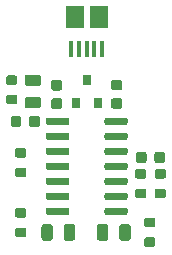
<source format=gbr>
G04 #@! TF.GenerationSoftware,KiCad,Pcbnew,5.1.5+dfsg1-2build2*
G04 #@! TF.CreationDate,2021-09-30T13:46:46+00:00*
G04 #@! TF.ProjectId,mcp2221a-breakout,6d637032-3232-4316-912d-627265616b6f,rev?*
G04 #@! TF.SameCoordinates,Original*
G04 #@! TF.FileFunction,Paste,Top*
G04 #@! TF.FilePolarity,Positive*
%FSLAX46Y46*%
G04 Gerber Fmt 4.6, Leading zero omitted, Abs format (unit mm)*
G04 Created by KiCad (PCBNEW 5.1.5+dfsg1-2build2) date 2021-09-30 13:46:46*
%MOMM*%
%LPD*%
G04 APERTURE LIST*
%ADD10R,0.800000X0.900000*%
%ADD11C,0.350000*%
%ADD12R,1.500000X1.900000*%
%ADD13R,0.400000X1.350000*%
G04 APERTURE END LIST*
D10*
G04 #@! TO.C,U1*
X107950000Y-49800000D03*
X108900000Y-51800000D03*
X107000000Y-51800000D03*
G04 #@! TD*
D11*
G04 #@! TO.C,R6*
G36*
X112816603Y-57385963D02*
G01*
X112836018Y-57388843D01*
X112855057Y-57393612D01*
X112873537Y-57400224D01*
X112891279Y-57408616D01*
X112908114Y-57418706D01*
X112923879Y-57430398D01*
X112938421Y-57443579D01*
X112951602Y-57458121D01*
X112963294Y-57473886D01*
X112973384Y-57490721D01*
X112981776Y-57508463D01*
X112988388Y-57526943D01*
X112993157Y-57545982D01*
X112996037Y-57565397D01*
X112997000Y-57585000D01*
X112997000Y-57985000D01*
X112996037Y-58004603D01*
X112993157Y-58024018D01*
X112988388Y-58043057D01*
X112981776Y-58061537D01*
X112973384Y-58079279D01*
X112963294Y-58096114D01*
X112951602Y-58111879D01*
X112938421Y-58126421D01*
X112923879Y-58139602D01*
X112908114Y-58151294D01*
X112891279Y-58161384D01*
X112873537Y-58169776D01*
X112855057Y-58176388D01*
X112836018Y-58181157D01*
X112816603Y-58184037D01*
X112797000Y-58185000D01*
X112247000Y-58185000D01*
X112227397Y-58184037D01*
X112207982Y-58181157D01*
X112188943Y-58176388D01*
X112170463Y-58169776D01*
X112152721Y-58161384D01*
X112135886Y-58151294D01*
X112120121Y-58139602D01*
X112105579Y-58126421D01*
X112092398Y-58111879D01*
X112080706Y-58096114D01*
X112070616Y-58079279D01*
X112062224Y-58061537D01*
X112055612Y-58043057D01*
X112050843Y-58024018D01*
X112047963Y-58004603D01*
X112047000Y-57985000D01*
X112047000Y-57585000D01*
X112047963Y-57565397D01*
X112050843Y-57545982D01*
X112055612Y-57526943D01*
X112062224Y-57508463D01*
X112070616Y-57490721D01*
X112080706Y-57473886D01*
X112092398Y-57458121D01*
X112105579Y-57443579D01*
X112120121Y-57430398D01*
X112135886Y-57418706D01*
X112152721Y-57408616D01*
X112170463Y-57400224D01*
X112188943Y-57393612D01*
X112207982Y-57388843D01*
X112227397Y-57385963D01*
X112247000Y-57385000D01*
X112797000Y-57385000D01*
X112816603Y-57385963D01*
G37*
G36*
X112816603Y-59035963D02*
G01*
X112836018Y-59038843D01*
X112855057Y-59043612D01*
X112873537Y-59050224D01*
X112891279Y-59058616D01*
X112908114Y-59068706D01*
X112923879Y-59080398D01*
X112938421Y-59093579D01*
X112951602Y-59108121D01*
X112963294Y-59123886D01*
X112973384Y-59140721D01*
X112981776Y-59158463D01*
X112988388Y-59176943D01*
X112993157Y-59195982D01*
X112996037Y-59215397D01*
X112997000Y-59235000D01*
X112997000Y-59635000D01*
X112996037Y-59654603D01*
X112993157Y-59674018D01*
X112988388Y-59693057D01*
X112981776Y-59711537D01*
X112973384Y-59729279D01*
X112963294Y-59746114D01*
X112951602Y-59761879D01*
X112938421Y-59776421D01*
X112923879Y-59789602D01*
X112908114Y-59801294D01*
X112891279Y-59811384D01*
X112873537Y-59819776D01*
X112855057Y-59826388D01*
X112836018Y-59831157D01*
X112816603Y-59834037D01*
X112797000Y-59835000D01*
X112247000Y-59835000D01*
X112227397Y-59834037D01*
X112207982Y-59831157D01*
X112188943Y-59826388D01*
X112170463Y-59819776D01*
X112152721Y-59811384D01*
X112135886Y-59801294D01*
X112120121Y-59789602D01*
X112105579Y-59776421D01*
X112092398Y-59761879D01*
X112080706Y-59746114D01*
X112070616Y-59729279D01*
X112062224Y-59711537D01*
X112055612Y-59693057D01*
X112050843Y-59674018D01*
X112047963Y-59654603D01*
X112047000Y-59635000D01*
X112047000Y-59235000D01*
X112047963Y-59215397D01*
X112050843Y-59195982D01*
X112055612Y-59176943D01*
X112062224Y-59158463D01*
X112070616Y-59140721D01*
X112080706Y-59123886D01*
X112092398Y-59108121D01*
X112105579Y-59093579D01*
X112120121Y-59080398D01*
X112135886Y-59068706D01*
X112152721Y-59058616D01*
X112170463Y-59050224D01*
X112188943Y-59043612D01*
X112207982Y-59038843D01*
X112227397Y-59035963D01*
X112247000Y-59035000D01*
X112797000Y-59035000D01*
X112816603Y-59035963D01*
G37*
G04 #@! TD*
G04 #@! TO.C,R5*
G36*
X114467603Y-57385963D02*
G01*
X114487018Y-57388843D01*
X114506057Y-57393612D01*
X114524537Y-57400224D01*
X114542279Y-57408616D01*
X114559114Y-57418706D01*
X114574879Y-57430398D01*
X114589421Y-57443579D01*
X114602602Y-57458121D01*
X114614294Y-57473886D01*
X114624384Y-57490721D01*
X114632776Y-57508463D01*
X114639388Y-57526943D01*
X114644157Y-57545982D01*
X114647037Y-57565397D01*
X114648000Y-57585000D01*
X114648000Y-57985000D01*
X114647037Y-58004603D01*
X114644157Y-58024018D01*
X114639388Y-58043057D01*
X114632776Y-58061537D01*
X114624384Y-58079279D01*
X114614294Y-58096114D01*
X114602602Y-58111879D01*
X114589421Y-58126421D01*
X114574879Y-58139602D01*
X114559114Y-58151294D01*
X114542279Y-58161384D01*
X114524537Y-58169776D01*
X114506057Y-58176388D01*
X114487018Y-58181157D01*
X114467603Y-58184037D01*
X114448000Y-58185000D01*
X113898000Y-58185000D01*
X113878397Y-58184037D01*
X113858982Y-58181157D01*
X113839943Y-58176388D01*
X113821463Y-58169776D01*
X113803721Y-58161384D01*
X113786886Y-58151294D01*
X113771121Y-58139602D01*
X113756579Y-58126421D01*
X113743398Y-58111879D01*
X113731706Y-58096114D01*
X113721616Y-58079279D01*
X113713224Y-58061537D01*
X113706612Y-58043057D01*
X113701843Y-58024018D01*
X113698963Y-58004603D01*
X113698000Y-57985000D01*
X113698000Y-57585000D01*
X113698963Y-57565397D01*
X113701843Y-57545982D01*
X113706612Y-57526943D01*
X113713224Y-57508463D01*
X113721616Y-57490721D01*
X113731706Y-57473886D01*
X113743398Y-57458121D01*
X113756579Y-57443579D01*
X113771121Y-57430398D01*
X113786886Y-57418706D01*
X113803721Y-57408616D01*
X113821463Y-57400224D01*
X113839943Y-57393612D01*
X113858982Y-57388843D01*
X113878397Y-57385963D01*
X113898000Y-57385000D01*
X114448000Y-57385000D01*
X114467603Y-57385963D01*
G37*
G36*
X114467603Y-59035963D02*
G01*
X114487018Y-59038843D01*
X114506057Y-59043612D01*
X114524537Y-59050224D01*
X114542279Y-59058616D01*
X114559114Y-59068706D01*
X114574879Y-59080398D01*
X114589421Y-59093579D01*
X114602602Y-59108121D01*
X114614294Y-59123886D01*
X114624384Y-59140721D01*
X114632776Y-59158463D01*
X114639388Y-59176943D01*
X114644157Y-59195982D01*
X114647037Y-59215397D01*
X114648000Y-59235000D01*
X114648000Y-59635000D01*
X114647037Y-59654603D01*
X114644157Y-59674018D01*
X114639388Y-59693057D01*
X114632776Y-59711537D01*
X114624384Y-59729279D01*
X114614294Y-59746114D01*
X114602602Y-59761879D01*
X114589421Y-59776421D01*
X114574879Y-59789602D01*
X114559114Y-59801294D01*
X114542279Y-59811384D01*
X114524537Y-59819776D01*
X114506057Y-59826388D01*
X114487018Y-59831157D01*
X114467603Y-59834037D01*
X114448000Y-59835000D01*
X113898000Y-59835000D01*
X113878397Y-59834037D01*
X113858982Y-59831157D01*
X113839943Y-59826388D01*
X113821463Y-59819776D01*
X113803721Y-59811384D01*
X113786886Y-59801294D01*
X113771121Y-59789602D01*
X113756579Y-59776421D01*
X113743398Y-59761879D01*
X113731706Y-59746114D01*
X113721616Y-59729279D01*
X113713224Y-59711537D01*
X113706612Y-59693057D01*
X113701843Y-59674018D01*
X113698963Y-59654603D01*
X113698000Y-59635000D01*
X113698000Y-59235000D01*
X113698963Y-59215397D01*
X113701843Y-59195982D01*
X113706612Y-59176943D01*
X113713224Y-59158463D01*
X113721616Y-59140721D01*
X113731706Y-59123886D01*
X113743398Y-59108121D01*
X113756579Y-59093579D01*
X113771121Y-59080398D01*
X113786886Y-59068706D01*
X113803721Y-59058616D01*
X113821463Y-59050224D01*
X113839943Y-59043612D01*
X113858982Y-59038843D01*
X113878397Y-59035963D01*
X113898000Y-59035000D01*
X114448000Y-59035000D01*
X114467603Y-59035963D01*
G37*
G04 #@! TD*
G04 #@! TO.C,D3*
G36*
X109566142Y-62039174D02*
G01*
X109589803Y-62042684D01*
X109613007Y-62048496D01*
X109635529Y-62056554D01*
X109657153Y-62066782D01*
X109677670Y-62079079D01*
X109696883Y-62093329D01*
X109714607Y-62109393D01*
X109730671Y-62127117D01*
X109744921Y-62146330D01*
X109757218Y-62166847D01*
X109767446Y-62188471D01*
X109775504Y-62210993D01*
X109781316Y-62234197D01*
X109784826Y-62257858D01*
X109786000Y-62281750D01*
X109786000Y-63194250D01*
X109784826Y-63218142D01*
X109781316Y-63241803D01*
X109775504Y-63265007D01*
X109767446Y-63287529D01*
X109757218Y-63309153D01*
X109744921Y-63329670D01*
X109730671Y-63348883D01*
X109714607Y-63366607D01*
X109696883Y-63382671D01*
X109677670Y-63396921D01*
X109657153Y-63409218D01*
X109635529Y-63419446D01*
X109613007Y-63427504D01*
X109589803Y-63433316D01*
X109566142Y-63436826D01*
X109542250Y-63438000D01*
X109054750Y-63438000D01*
X109030858Y-63436826D01*
X109007197Y-63433316D01*
X108983993Y-63427504D01*
X108961471Y-63419446D01*
X108939847Y-63409218D01*
X108919330Y-63396921D01*
X108900117Y-63382671D01*
X108882393Y-63366607D01*
X108866329Y-63348883D01*
X108852079Y-63329670D01*
X108839782Y-63309153D01*
X108829554Y-63287529D01*
X108821496Y-63265007D01*
X108815684Y-63241803D01*
X108812174Y-63218142D01*
X108811000Y-63194250D01*
X108811000Y-62281750D01*
X108812174Y-62257858D01*
X108815684Y-62234197D01*
X108821496Y-62210993D01*
X108829554Y-62188471D01*
X108839782Y-62166847D01*
X108852079Y-62146330D01*
X108866329Y-62127117D01*
X108882393Y-62109393D01*
X108900117Y-62093329D01*
X108919330Y-62079079D01*
X108939847Y-62066782D01*
X108961471Y-62056554D01*
X108983993Y-62048496D01*
X109007197Y-62042684D01*
X109030858Y-62039174D01*
X109054750Y-62038000D01*
X109542250Y-62038000D01*
X109566142Y-62039174D01*
G37*
G36*
X111441142Y-62039174D02*
G01*
X111464803Y-62042684D01*
X111488007Y-62048496D01*
X111510529Y-62056554D01*
X111532153Y-62066782D01*
X111552670Y-62079079D01*
X111571883Y-62093329D01*
X111589607Y-62109393D01*
X111605671Y-62127117D01*
X111619921Y-62146330D01*
X111632218Y-62166847D01*
X111642446Y-62188471D01*
X111650504Y-62210993D01*
X111656316Y-62234197D01*
X111659826Y-62257858D01*
X111661000Y-62281750D01*
X111661000Y-63194250D01*
X111659826Y-63218142D01*
X111656316Y-63241803D01*
X111650504Y-63265007D01*
X111642446Y-63287529D01*
X111632218Y-63309153D01*
X111619921Y-63329670D01*
X111605671Y-63348883D01*
X111589607Y-63366607D01*
X111571883Y-63382671D01*
X111552670Y-63396921D01*
X111532153Y-63409218D01*
X111510529Y-63419446D01*
X111488007Y-63427504D01*
X111464803Y-63433316D01*
X111441142Y-63436826D01*
X111417250Y-63438000D01*
X110929750Y-63438000D01*
X110905858Y-63436826D01*
X110882197Y-63433316D01*
X110858993Y-63427504D01*
X110836471Y-63419446D01*
X110814847Y-63409218D01*
X110794330Y-63396921D01*
X110775117Y-63382671D01*
X110757393Y-63366607D01*
X110741329Y-63348883D01*
X110727079Y-63329670D01*
X110714782Y-63309153D01*
X110704554Y-63287529D01*
X110696496Y-63265007D01*
X110690684Y-63241803D01*
X110687174Y-63218142D01*
X110686000Y-63194250D01*
X110686000Y-62281750D01*
X110687174Y-62257858D01*
X110690684Y-62234197D01*
X110696496Y-62210993D01*
X110704554Y-62188471D01*
X110714782Y-62166847D01*
X110727079Y-62146330D01*
X110741329Y-62127117D01*
X110757393Y-62109393D01*
X110775117Y-62093329D01*
X110794330Y-62079079D01*
X110814847Y-62066782D01*
X110836471Y-62056554D01*
X110858993Y-62048496D01*
X110882197Y-62042684D01*
X110905858Y-62039174D01*
X110929750Y-62038000D01*
X111417250Y-62038000D01*
X111441142Y-62039174D01*
G37*
G04 #@! TD*
G04 #@! TO.C,D2*
G36*
X106742142Y-62039174D02*
G01*
X106765803Y-62042684D01*
X106789007Y-62048496D01*
X106811529Y-62056554D01*
X106833153Y-62066782D01*
X106853670Y-62079079D01*
X106872883Y-62093329D01*
X106890607Y-62109393D01*
X106906671Y-62127117D01*
X106920921Y-62146330D01*
X106933218Y-62166847D01*
X106943446Y-62188471D01*
X106951504Y-62210993D01*
X106957316Y-62234197D01*
X106960826Y-62257858D01*
X106962000Y-62281750D01*
X106962000Y-63194250D01*
X106960826Y-63218142D01*
X106957316Y-63241803D01*
X106951504Y-63265007D01*
X106943446Y-63287529D01*
X106933218Y-63309153D01*
X106920921Y-63329670D01*
X106906671Y-63348883D01*
X106890607Y-63366607D01*
X106872883Y-63382671D01*
X106853670Y-63396921D01*
X106833153Y-63409218D01*
X106811529Y-63419446D01*
X106789007Y-63427504D01*
X106765803Y-63433316D01*
X106742142Y-63436826D01*
X106718250Y-63438000D01*
X106230750Y-63438000D01*
X106206858Y-63436826D01*
X106183197Y-63433316D01*
X106159993Y-63427504D01*
X106137471Y-63419446D01*
X106115847Y-63409218D01*
X106095330Y-63396921D01*
X106076117Y-63382671D01*
X106058393Y-63366607D01*
X106042329Y-63348883D01*
X106028079Y-63329670D01*
X106015782Y-63309153D01*
X106005554Y-63287529D01*
X105997496Y-63265007D01*
X105991684Y-63241803D01*
X105988174Y-63218142D01*
X105987000Y-63194250D01*
X105987000Y-62281750D01*
X105988174Y-62257858D01*
X105991684Y-62234197D01*
X105997496Y-62210993D01*
X106005554Y-62188471D01*
X106015782Y-62166847D01*
X106028079Y-62146330D01*
X106042329Y-62127117D01*
X106058393Y-62109393D01*
X106076117Y-62093329D01*
X106095330Y-62079079D01*
X106115847Y-62066782D01*
X106137471Y-62056554D01*
X106159993Y-62048496D01*
X106183197Y-62042684D01*
X106206858Y-62039174D01*
X106230750Y-62038000D01*
X106718250Y-62038000D01*
X106742142Y-62039174D01*
G37*
G36*
X104867142Y-62039174D02*
G01*
X104890803Y-62042684D01*
X104914007Y-62048496D01*
X104936529Y-62056554D01*
X104958153Y-62066782D01*
X104978670Y-62079079D01*
X104997883Y-62093329D01*
X105015607Y-62109393D01*
X105031671Y-62127117D01*
X105045921Y-62146330D01*
X105058218Y-62166847D01*
X105068446Y-62188471D01*
X105076504Y-62210993D01*
X105082316Y-62234197D01*
X105085826Y-62257858D01*
X105087000Y-62281750D01*
X105087000Y-63194250D01*
X105085826Y-63218142D01*
X105082316Y-63241803D01*
X105076504Y-63265007D01*
X105068446Y-63287529D01*
X105058218Y-63309153D01*
X105045921Y-63329670D01*
X105031671Y-63348883D01*
X105015607Y-63366607D01*
X104997883Y-63382671D01*
X104978670Y-63396921D01*
X104958153Y-63409218D01*
X104936529Y-63419446D01*
X104914007Y-63427504D01*
X104890803Y-63433316D01*
X104867142Y-63436826D01*
X104843250Y-63438000D01*
X104355750Y-63438000D01*
X104331858Y-63436826D01*
X104308197Y-63433316D01*
X104284993Y-63427504D01*
X104262471Y-63419446D01*
X104240847Y-63409218D01*
X104220330Y-63396921D01*
X104201117Y-63382671D01*
X104183393Y-63366607D01*
X104167329Y-63348883D01*
X104153079Y-63329670D01*
X104140782Y-63309153D01*
X104130554Y-63287529D01*
X104122496Y-63265007D01*
X104116684Y-63241803D01*
X104113174Y-63218142D01*
X104112000Y-63194250D01*
X104112000Y-62281750D01*
X104113174Y-62257858D01*
X104116684Y-62234197D01*
X104122496Y-62210993D01*
X104130554Y-62188471D01*
X104140782Y-62166847D01*
X104153079Y-62146330D01*
X104167329Y-62127117D01*
X104183393Y-62109393D01*
X104201117Y-62093329D01*
X104220330Y-62079079D01*
X104240847Y-62066782D01*
X104262471Y-62056554D01*
X104284993Y-62048496D01*
X104308197Y-62042684D01*
X104331858Y-62039174D01*
X104355750Y-62038000D01*
X104843250Y-62038000D01*
X104867142Y-62039174D01*
G37*
G04 #@! TD*
G04 #@! TO.C,U2*
G36*
X111264703Y-53040722D02*
G01*
X111279264Y-53042882D01*
X111293543Y-53046459D01*
X111307403Y-53051418D01*
X111320710Y-53057712D01*
X111333336Y-53065280D01*
X111345159Y-53074048D01*
X111356066Y-53083934D01*
X111365952Y-53094841D01*
X111374720Y-53106664D01*
X111382288Y-53119290D01*
X111388582Y-53132597D01*
X111393541Y-53146457D01*
X111397118Y-53160736D01*
X111399278Y-53175297D01*
X111400000Y-53190000D01*
X111400000Y-53490000D01*
X111399278Y-53504703D01*
X111397118Y-53519264D01*
X111393541Y-53533543D01*
X111388582Y-53547403D01*
X111382288Y-53560710D01*
X111374720Y-53573336D01*
X111365952Y-53585159D01*
X111356066Y-53596066D01*
X111345159Y-53605952D01*
X111333336Y-53614720D01*
X111320710Y-53622288D01*
X111307403Y-53628582D01*
X111293543Y-53633541D01*
X111279264Y-53637118D01*
X111264703Y-53639278D01*
X111250000Y-53640000D01*
X109600000Y-53640000D01*
X109585297Y-53639278D01*
X109570736Y-53637118D01*
X109556457Y-53633541D01*
X109542597Y-53628582D01*
X109529290Y-53622288D01*
X109516664Y-53614720D01*
X109504841Y-53605952D01*
X109493934Y-53596066D01*
X109484048Y-53585159D01*
X109475280Y-53573336D01*
X109467712Y-53560710D01*
X109461418Y-53547403D01*
X109456459Y-53533543D01*
X109452882Y-53519264D01*
X109450722Y-53504703D01*
X109450000Y-53490000D01*
X109450000Y-53190000D01*
X109450722Y-53175297D01*
X109452882Y-53160736D01*
X109456459Y-53146457D01*
X109461418Y-53132597D01*
X109467712Y-53119290D01*
X109475280Y-53106664D01*
X109484048Y-53094841D01*
X109493934Y-53083934D01*
X109504841Y-53074048D01*
X109516664Y-53065280D01*
X109529290Y-53057712D01*
X109542597Y-53051418D01*
X109556457Y-53046459D01*
X109570736Y-53042882D01*
X109585297Y-53040722D01*
X109600000Y-53040000D01*
X111250000Y-53040000D01*
X111264703Y-53040722D01*
G37*
G36*
X111264703Y-54310722D02*
G01*
X111279264Y-54312882D01*
X111293543Y-54316459D01*
X111307403Y-54321418D01*
X111320710Y-54327712D01*
X111333336Y-54335280D01*
X111345159Y-54344048D01*
X111356066Y-54353934D01*
X111365952Y-54364841D01*
X111374720Y-54376664D01*
X111382288Y-54389290D01*
X111388582Y-54402597D01*
X111393541Y-54416457D01*
X111397118Y-54430736D01*
X111399278Y-54445297D01*
X111400000Y-54460000D01*
X111400000Y-54760000D01*
X111399278Y-54774703D01*
X111397118Y-54789264D01*
X111393541Y-54803543D01*
X111388582Y-54817403D01*
X111382288Y-54830710D01*
X111374720Y-54843336D01*
X111365952Y-54855159D01*
X111356066Y-54866066D01*
X111345159Y-54875952D01*
X111333336Y-54884720D01*
X111320710Y-54892288D01*
X111307403Y-54898582D01*
X111293543Y-54903541D01*
X111279264Y-54907118D01*
X111264703Y-54909278D01*
X111250000Y-54910000D01*
X109600000Y-54910000D01*
X109585297Y-54909278D01*
X109570736Y-54907118D01*
X109556457Y-54903541D01*
X109542597Y-54898582D01*
X109529290Y-54892288D01*
X109516664Y-54884720D01*
X109504841Y-54875952D01*
X109493934Y-54866066D01*
X109484048Y-54855159D01*
X109475280Y-54843336D01*
X109467712Y-54830710D01*
X109461418Y-54817403D01*
X109456459Y-54803543D01*
X109452882Y-54789264D01*
X109450722Y-54774703D01*
X109450000Y-54760000D01*
X109450000Y-54460000D01*
X109450722Y-54445297D01*
X109452882Y-54430736D01*
X109456459Y-54416457D01*
X109461418Y-54402597D01*
X109467712Y-54389290D01*
X109475280Y-54376664D01*
X109484048Y-54364841D01*
X109493934Y-54353934D01*
X109504841Y-54344048D01*
X109516664Y-54335280D01*
X109529290Y-54327712D01*
X109542597Y-54321418D01*
X109556457Y-54316459D01*
X109570736Y-54312882D01*
X109585297Y-54310722D01*
X109600000Y-54310000D01*
X111250000Y-54310000D01*
X111264703Y-54310722D01*
G37*
G36*
X111264703Y-55580722D02*
G01*
X111279264Y-55582882D01*
X111293543Y-55586459D01*
X111307403Y-55591418D01*
X111320710Y-55597712D01*
X111333336Y-55605280D01*
X111345159Y-55614048D01*
X111356066Y-55623934D01*
X111365952Y-55634841D01*
X111374720Y-55646664D01*
X111382288Y-55659290D01*
X111388582Y-55672597D01*
X111393541Y-55686457D01*
X111397118Y-55700736D01*
X111399278Y-55715297D01*
X111400000Y-55730000D01*
X111400000Y-56030000D01*
X111399278Y-56044703D01*
X111397118Y-56059264D01*
X111393541Y-56073543D01*
X111388582Y-56087403D01*
X111382288Y-56100710D01*
X111374720Y-56113336D01*
X111365952Y-56125159D01*
X111356066Y-56136066D01*
X111345159Y-56145952D01*
X111333336Y-56154720D01*
X111320710Y-56162288D01*
X111307403Y-56168582D01*
X111293543Y-56173541D01*
X111279264Y-56177118D01*
X111264703Y-56179278D01*
X111250000Y-56180000D01*
X109600000Y-56180000D01*
X109585297Y-56179278D01*
X109570736Y-56177118D01*
X109556457Y-56173541D01*
X109542597Y-56168582D01*
X109529290Y-56162288D01*
X109516664Y-56154720D01*
X109504841Y-56145952D01*
X109493934Y-56136066D01*
X109484048Y-56125159D01*
X109475280Y-56113336D01*
X109467712Y-56100710D01*
X109461418Y-56087403D01*
X109456459Y-56073543D01*
X109452882Y-56059264D01*
X109450722Y-56044703D01*
X109450000Y-56030000D01*
X109450000Y-55730000D01*
X109450722Y-55715297D01*
X109452882Y-55700736D01*
X109456459Y-55686457D01*
X109461418Y-55672597D01*
X109467712Y-55659290D01*
X109475280Y-55646664D01*
X109484048Y-55634841D01*
X109493934Y-55623934D01*
X109504841Y-55614048D01*
X109516664Y-55605280D01*
X109529290Y-55597712D01*
X109542597Y-55591418D01*
X109556457Y-55586459D01*
X109570736Y-55582882D01*
X109585297Y-55580722D01*
X109600000Y-55580000D01*
X111250000Y-55580000D01*
X111264703Y-55580722D01*
G37*
G36*
X111264703Y-56850722D02*
G01*
X111279264Y-56852882D01*
X111293543Y-56856459D01*
X111307403Y-56861418D01*
X111320710Y-56867712D01*
X111333336Y-56875280D01*
X111345159Y-56884048D01*
X111356066Y-56893934D01*
X111365952Y-56904841D01*
X111374720Y-56916664D01*
X111382288Y-56929290D01*
X111388582Y-56942597D01*
X111393541Y-56956457D01*
X111397118Y-56970736D01*
X111399278Y-56985297D01*
X111400000Y-57000000D01*
X111400000Y-57300000D01*
X111399278Y-57314703D01*
X111397118Y-57329264D01*
X111393541Y-57343543D01*
X111388582Y-57357403D01*
X111382288Y-57370710D01*
X111374720Y-57383336D01*
X111365952Y-57395159D01*
X111356066Y-57406066D01*
X111345159Y-57415952D01*
X111333336Y-57424720D01*
X111320710Y-57432288D01*
X111307403Y-57438582D01*
X111293543Y-57443541D01*
X111279264Y-57447118D01*
X111264703Y-57449278D01*
X111250000Y-57450000D01*
X109600000Y-57450000D01*
X109585297Y-57449278D01*
X109570736Y-57447118D01*
X109556457Y-57443541D01*
X109542597Y-57438582D01*
X109529290Y-57432288D01*
X109516664Y-57424720D01*
X109504841Y-57415952D01*
X109493934Y-57406066D01*
X109484048Y-57395159D01*
X109475280Y-57383336D01*
X109467712Y-57370710D01*
X109461418Y-57357403D01*
X109456459Y-57343543D01*
X109452882Y-57329264D01*
X109450722Y-57314703D01*
X109450000Y-57300000D01*
X109450000Y-57000000D01*
X109450722Y-56985297D01*
X109452882Y-56970736D01*
X109456459Y-56956457D01*
X109461418Y-56942597D01*
X109467712Y-56929290D01*
X109475280Y-56916664D01*
X109484048Y-56904841D01*
X109493934Y-56893934D01*
X109504841Y-56884048D01*
X109516664Y-56875280D01*
X109529290Y-56867712D01*
X109542597Y-56861418D01*
X109556457Y-56856459D01*
X109570736Y-56852882D01*
X109585297Y-56850722D01*
X109600000Y-56850000D01*
X111250000Y-56850000D01*
X111264703Y-56850722D01*
G37*
G36*
X111264703Y-58120722D02*
G01*
X111279264Y-58122882D01*
X111293543Y-58126459D01*
X111307403Y-58131418D01*
X111320710Y-58137712D01*
X111333336Y-58145280D01*
X111345159Y-58154048D01*
X111356066Y-58163934D01*
X111365952Y-58174841D01*
X111374720Y-58186664D01*
X111382288Y-58199290D01*
X111388582Y-58212597D01*
X111393541Y-58226457D01*
X111397118Y-58240736D01*
X111399278Y-58255297D01*
X111400000Y-58270000D01*
X111400000Y-58570000D01*
X111399278Y-58584703D01*
X111397118Y-58599264D01*
X111393541Y-58613543D01*
X111388582Y-58627403D01*
X111382288Y-58640710D01*
X111374720Y-58653336D01*
X111365952Y-58665159D01*
X111356066Y-58676066D01*
X111345159Y-58685952D01*
X111333336Y-58694720D01*
X111320710Y-58702288D01*
X111307403Y-58708582D01*
X111293543Y-58713541D01*
X111279264Y-58717118D01*
X111264703Y-58719278D01*
X111250000Y-58720000D01*
X109600000Y-58720000D01*
X109585297Y-58719278D01*
X109570736Y-58717118D01*
X109556457Y-58713541D01*
X109542597Y-58708582D01*
X109529290Y-58702288D01*
X109516664Y-58694720D01*
X109504841Y-58685952D01*
X109493934Y-58676066D01*
X109484048Y-58665159D01*
X109475280Y-58653336D01*
X109467712Y-58640710D01*
X109461418Y-58627403D01*
X109456459Y-58613543D01*
X109452882Y-58599264D01*
X109450722Y-58584703D01*
X109450000Y-58570000D01*
X109450000Y-58270000D01*
X109450722Y-58255297D01*
X109452882Y-58240736D01*
X109456459Y-58226457D01*
X109461418Y-58212597D01*
X109467712Y-58199290D01*
X109475280Y-58186664D01*
X109484048Y-58174841D01*
X109493934Y-58163934D01*
X109504841Y-58154048D01*
X109516664Y-58145280D01*
X109529290Y-58137712D01*
X109542597Y-58131418D01*
X109556457Y-58126459D01*
X109570736Y-58122882D01*
X109585297Y-58120722D01*
X109600000Y-58120000D01*
X111250000Y-58120000D01*
X111264703Y-58120722D01*
G37*
G36*
X111264703Y-59390722D02*
G01*
X111279264Y-59392882D01*
X111293543Y-59396459D01*
X111307403Y-59401418D01*
X111320710Y-59407712D01*
X111333336Y-59415280D01*
X111345159Y-59424048D01*
X111356066Y-59433934D01*
X111365952Y-59444841D01*
X111374720Y-59456664D01*
X111382288Y-59469290D01*
X111388582Y-59482597D01*
X111393541Y-59496457D01*
X111397118Y-59510736D01*
X111399278Y-59525297D01*
X111400000Y-59540000D01*
X111400000Y-59840000D01*
X111399278Y-59854703D01*
X111397118Y-59869264D01*
X111393541Y-59883543D01*
X111388582Y-59897403D01*
X111382288Y-59910710D01*
X111374720Y-59923336D01*
X111365952Y-59935159D01*
X111356066Y-59946066D01*
X111345159Y-59955952D01*
X111333336Y-59964720D01*
X111320710Y-59972288D01*
X111307403Y-59978582D01*
X111293543Y-59983541D01*
X111279264Y-59987118D01*
X111264703Y-59989278D01*
X111250000Y-59990000D01*
X109600000Y-59990000D01*
X109585297Y-59989278D01*
X109570736Y-59987118D01*
X109556457Y-59983541D01*
X109542597Y-59978582D01*
X109529290Y-59972288D01*
X109516664Y-59964720D01*
X109504841Y-59955952D01*
X109493934Y-59946066D01*
X109484048Y-59935159D01*
X109475280Y-59923336D01*
X109467712Y-59910710D01*
X109461418Y-59897403D01*
X109456459Y-59883543D01*
X109452882Y-59869264D01*
X109450722Y-59854703D01*
X109450000Y-59840000D01*
X109450000Y-59540000D01*
X109450722Y-59525297D01*
X109452882Y-59510736D01*
X109456459Y-59496457D01*
X109461418Y-59482597D01*
X109467712Y-59469290D01*
X109475280Y-59456664D01*
X109484048Y-59444841D01*
X109493934Y-59433934D01*
X109504841Y-59424048D01*
X109516664Y-59415280D01*
X109529290Y-59407712D01*
X109542597Y-59401418D01*
X109556457Y-59396459D01*
X109570736Y-59392882D01*
X109585297Y-59390722D01*
X109600000Y-59390000D01*
X111250000Y-59390000D01*
X111264703Y-59390722D01*
G37*
G36*
X111264703Y-60660722D02*
G01*
X111279264Y-60662882D01*
X111293543Y-60666459D01*
X111307403Y-60671418D01*
X111320710Y-60677712D01*
X111333336Y-60685280D01*
X111345159Y-60694048D01*
X111356066Y-60703934D01*
X111365952Y-60714841D01*
X111374720Y-60726664D01*
X111382288Y-60739290D01*
X111388582Y-60752597D01*
X111393541Y-60766457D01*
X111397118Y-60780736D01*
X111399278Y-60795297D01*
X111400000Y-60810000D01*
X111400000Y-61110000D01*
X111399278Y-61124703D01*
X111397118Y-61139264D01*
X111393541Y-61153543D01*
X111388582Y-61167403D01*
X111382288Y-61180710D01*
X111374720Y-61193336D01*
X111365952Y-61205159D01*
X111356066Y-61216066D01*
X111345159Y-61225952D01*
X111333336Y-61234720D01*
X111320710Y-61242288D01*
X111307403Y-61248582D01*
X111293543Y-61253541D01*
X111279264Y-61257118D01*
X111264703Y-61259278D01*
X111250000Y-61260000D01*
X109600000Y-61260000D01*
X109585297Y-61259278D01*
X109570736Y-61257118D01*
X109556457Y-61253541D01*
X109542597Y-61248582D01*
X109529290Y-61242288D01*
X109516664Y-61234720D01*
X109504841Y-61225952D01*
X109493934Y-61216066D01*
X109484048Y-61205159D01*
X109475280Y-61193336D01*
X109467712Y-61180710D01*
X109461418Y-61167403D01*
X109456459Y-61153543D01*
X109452882Y-61139264D01*
X109450722Y-61124703D01*
X109450000Y-61110000D01*
X109450000Y-60810000D01*
X109450722Y-60795297D01*
X109452882Y-60780736D01*
X109456459Y-60766457D01*
X109461418Y-60752597D01*
X109467712Y-60739290D01*
X109475280Y-60726664D01*
X109484048Y-60714841D01*
X109493934Y-60703934D01*
X109504841Y-60694048D01*
X109516664Y-60685280D01*
X109529290Y-60677712D01*
X109542597Y-60671418D01*
X109556457Y-60666459D01*
X109570736Y-60662882D01*
X109585297Y-60660722D01*
X109600000Y-60660000D01*
X111250000Y-60660000D01*
X111264703Y-60660722D01*
G37*
G36*
X106314703Y-60660722D02*
G01*
X106329264Y-60662882D01*
X106343543Y-60666459D01*
X106357403Y-60671418D01*
X106370710Y-60677712D01*
X106383336Y-60685280D01*
X106395159Y-60694048D01*
X106406066Y-60703934D01*
X106415952Y-60714841D01*
X106424720Y-60726664D01*
X106432288Y-60739290D01*
X106438582Y-60752597D01*
X106443541Y-60766457D01*
X106447118Y-60780736D01*
X106449278Y-60795297D01*
X106450000Y-60810000D01*
X106450000Y-61110000D01*
X106449278Y-61124703D01*
X106447118Y-61139264D01*
X106443541Y-61153543D01*
X106438582Y-61167403D01*
X106432288Y-61180710D01*
X106424720Y-61193336D01*
X106415952Y-61205159D01*
X106406066Y-61216066D01*
X106395159Y-61225952D01*
X106383336Y-61234720D01*
X106370710Y-61242288D01*
X106357403Y-61248582D01*
X106343543Y-61253541D01*
X106329264Y-61257118D01*
X106314703Y-61259278D01*
X106300000Y-61260000D01*
X104650000Y-61260000D01*
X104635297Y-61259278D01*
X104620736Y-61257118D01*
X104606457Y-61253541D01*
X104592597Y-61248582D01*
X104579290Y-61242288D01*
X104566664Y-61234720D01*
X104554841Y-61225952D01*
X104543934Y-61216066D01*
X104534048Y-61205159D01*
X104525280Y-61193336D01*
X104517712Y-61180710D01*
X104511418Y-61167403D01*
X104506459Y-61153543D01*
X104502882Y-61139264D01*
X104500722Y-61124703D01*
X104500000Y-61110000D01*
X104500000Y-60810000D01*
X104500722Y-60795297D01*
X104502882Y-60780736D01*
X104506459Y-60766457D01*
X104511418Y-60752597D01*
X104517712Y-60739290D01*
X104525280Y-60726664D01*
X104534048Y-60714841D01*
X104543934Y-60703934D01*
X104554841Y-60694048D01*
X104566664Y-60685280D01*
X104579290Y-60677712D01*
X104592597Y-60671418D01*
X104606457Y-60666459D01*
X104620736Y-60662882D01*
X104635297Y-60660722D01*
X104650000Y-60660000D01*
X106300000Y-60660000D01*
X106314703Y-60660722D01*
G37*
G36*
X106314703Y-59390722D02*
G01*
X106329264Y-59392882D01*
X106343543Y-59396459D01*
X106357403Y-59401418D01*
X106370710Y-59407712D01*
X106383336Y-59415280D01*
X106395159Y-59424048D01*
X106406066Y-59433934D01*
X106415952Y-59444841D01*
X106424720Y-59456664D01*
X106432288Y-59469290D01*
X106438582Y-59482597D01*
X106443541Y-59496457D01*
X106447118Y-59510736D01*
X106449278Y-59525297D01*
X106450000Y-59540000D01*
X106450000Y-59840000D01*
X106449278Y-59854703D01*
X106447118Y-59869264D01*
X106443541Y-59883543D01*
X106438582Y-59897403D01*
X106432288Y-59910710D01*
X106424720Y-59923336D01*
X106415952Y-59935159D01*
X106406066Y-59946066D01*
X106395159Y-59955952D01*
X106383336Y-59964720D01*
X106370710Y-59972288D01*
X106357403Y-59978582D01*
X106343543Y-59983541D01*
X106329264Y-59987118D01*
X106314703Y-59989278D01*
X106300000Y-59990000D01*
X104650000Y-59990000D01*
X104635297Y-59989278D01*
X104620736Y-59987118D01*
X104606457Y-59983541D01*
X104592597Y-59978582D01*
X104579290Y-59972288D01*
X104566664Y-59964720D01*
X104554841Y-59955952D01*
X104543934Y-59946066D01*
X104534048Y-59935159D01*
X104525280Y-59923336D01*
X104517712Y-59910710D01*
X104511418Y-59897403D01*
X104506459Y-59883543D01*
X104502882Y-59869264D01*
X104500722Y-59854703D01*
X104500000Y-59840000D01*
X104500000Y-59540000D01*
X104500722Y-59525297D01*
X104502882Y-59510736D01*
X104506459Y-59496457D01*
X104511418Y-59482597D01*
X104517712Y-59469290D01*
X104525280Y-59456664D01*
X104534048Y-59444841D01*
X104543934Y-59433934D01*
X104554841Y-59424048D01*
X104566664Y-59415280D01*
X104579290Y-59407712D01*
X104592597Y-59401418D01*
X104606457Y-59396459D01*
X104620736Y-59392882D01*
X104635297Y-59390722D01*
X104650000Y-59390000D01*
X106300000Y-59390000D01*
X106314703Y-59390722D01*
G37*
G36*
X106314703Y-58120722D02*
G01*
X106329264Y-58122882D01*
X106343543Y-58126459D01*
X106357403Y-58131418D01*
X106370710Y-58137712D01*
X106383336Y-58145280D01*
X106395159Y-58154048D01*
X106406066Y-58163934D01*
X106415952Y-58174841D01*
X106424720Y-58186664D01*
X106432288Y-58199290D01*
X106438582Y-58212597D01*
X106443541Y-58226457D01*
X106447118Y-58240736D01*
X106449278Y-58255297D01*
X106450000Y-58270000D01*
X106450000Y-58570000D01*
X106449278Y-58584703D01*
X106447118Y-58599264D01*
X106443541Y-58613543D01*
X106438582Y-58627403D01*
X106432288Y-58640710D01*
X106424720Y-58653336D01*
X106415952Y-58665159D01*
X106406066Y-58676066D01*
X106395159Y-58685952D01*
X106383336Y-58694720D01*
X106370710Y-58702288D01*
X106357403Y-58708582D01*
X106343543Y-58713541D01*
X106329264Y-58717118D01*
X106314703Y-58719278D01*
X106300000Y-58720000D01*
X104650000Y-58720000D01*
X104635297Y-58719278D01*
X104620736Y-58717118D01*
X104606457Y-58713541D01*
X104592597Y-58708582D01*
X104579290Y-58702288D01*
X104566664Y-58694720D01*
X104554841Y-58685952D01*
X104543934Y-58676066D01*
X104534048Y-58665159D01*
X104525280Y-58653336D01*
X104517712Y-58640710D01*
X104511418Y-58627403D01*
X104506459Y-58613543D01*
X104502882Y-58599264D01*
X104500722Y-58584703D01*
X104500000Y-58570000D01*
X104500000Y-58270000D01*
X104500722Y-58255297D01*
X104502882Y-58240736D01*
X104506459Y-58226457D01*
X104511418Y-58212597D01*
X104517712Y-58199290D01*
X104525280Y-58186664D01*
X104534048Y-58174841D01*
X104543934Y-58163934D01*
X104554841Y-58154048D01*
X104566664Y-58145280D01*
X104579290Y-58137712D01*
X104592597Y-58131418D01*
X104606457Y-58126459D01*
X104620736Y-58122882D01*
X104635297Y-58120722D01*
X104650000Y-58120000D01*
X106300000Y-58120000D01*
X106314703Y-58120722D01*
G37*
G36*
X106314703Y-56850722D02*
G01*
X106329264Y-56852882D01*
X106343543Y-56856459D01*
X106357403Y-56861418D01*
X106370710Y-56867712D01*
X106383336Y-56875280D01*
X106395159Y-56884048D01*
X106406066Y-56893934D01*
X106415952Y-56904841D01*
X106424720Y-56916664D01*
X106432288Y-56929290D01*
X106438582Y-56942597D01*
X106443541Y-56956457D01*
X106447118Y-56970736D01*
X106449278Y-56985297D01*
X106450000Y-57000000D01*
X106450000Y-57300000D01*
X106449278Y-57314703D01*
X106447118Y-57329264D01*
X106443541Y-57343543D01*
X106438582Y-57357403D01*
X106432288Y-57370710D01*
X106424720Y-57383336D01*
X106415952Y-57395159D01*
X106406066Y-57406066D01*
X106395159Y-57415952D01*
X106383336Y-57424720D01*
X106370710Y-57432288D01*
X106357403Y-57438582D01*
X106343543Y-57443541D01*
X106329264Y-57447118D01*
X106314703Y-57449278D01*
X106300000Y-57450000D01*
X104650000Y-57450000D01*
X104635297Y-57449278D01*
X104620736Y-57447118D01*
X104606457Y-57443541D01*
X104592597Y-57438582D01*
X104579290Y-57432288D01*
X104566664Y-57424720D01*
X104554841Y-57415952D01*
X104543934Y-57406066D01*
X104534048Y-57395159D01*
X104525280Y-57383336D01*
X104517712Y-57370710D01*
X104511418Y-57357403D01*
X104506459Y-57343543D01*
X104502882Y-57329264D01*
X104500722Y-57314703D01*
X104500000Y-57300000D01*
X104500000Y-57000000D01*
X104500722Y-56985297D01*
X104502882Y-56970736D01*
X104506459Y-56956457D01*
X104511418Y-56942597D01*
X104517712Y-56929290D01*
X104525280Y-56916664D01*
X104534048Y-56904841D01*
X104543934Y-56893934D01*
X104554841Y-56884048D01*
X104566664Y-56875280D01*
X104579290Y-56867712D01*
X104592597Y-56861418D01*
X104606457Y-56856459D01*
X104620736Y-56852882D01*
X104635297Y-56850722D01*
X104650000Y-56850000D01*
X106300000Y-56850000D01*
X106314703Y-56850722D01*
G37*
G36*
X106314703Y-55580722D02*
G01*
X106329264Y-55582882D01*
X106343543Y-55586459D01*
X106357403Y-55591418D01*
X106370710Y-55597712D01*
X106383336Y-55605280D01*
X106395159Y-55614048D01*
X106406066Y-55623934D01*
X106415952Y-55634841D01*
X106424720Y-55646664D01*
X106432288Y-55659290D01*
X106438582Y-55672597D01*
X106443541Y-55686457D01*
X106447118Y-55700736D01*
X106449278Y-55715297D01*
X106450000Y-55730000D01*
X106450000Y-56030000D01*
X106449278Y-56044703D01*
X106447118Y-56059264D01*
X106443541Y-56073543D01*
X106438582Y-56087403D01*
X106432288Y-56100710D01*
X106424720Y-56113336D01*
X106415952Y-56125159D01*
X106406066Y-56136066D01*
X106395159Y-56145952D01*
X106383336Y-56154720D01*
X106370710Y-56162288D01*
X106357403Y-56168582D01*
X106343543Y-56173541D01*
X106329264Y-56177118D01*
X106314703Y-56179278D01*
X106300000Y-56180000D01*
X104650000Y-56180000D01*
X104635297Y-56179278D01*
X104620736Y-56177118D01*
X104606457Y-56173541D01*
X104592597Y-56168582D01*
X104579290Y-56162288D01*
X104566664Y-56154720D01*
X104554841Y-56145952D01*
X104543934Y-56136066D01*
X104534048Y-56125159D01*
X104525280Y-56113336D01*
X104517712Y-56100710D01*
X104511418Y-56087403D01*
X104506459Y-56073543D01*
X104502882Y-56059264D01*
X104500722Y-56044703D01*
X104500000Y-56030000D01*
X104500000Y-55730000D01*
X104500722Y-55715297D01*
X104502882Y-55700736D01*
X104506459Y-55686457D01*
X104511418Y-55672597D01*
X104517712Y-55659290D01*
X104525280Y-55646664D01*
X104534048Y-55634841D01*
X104543934Y-55623934D01*
X104554841Y-55614048D01*
X104566664Y-55605280D01*
X104579290Y-55597712D01*
X104592597Y-55591418D01*
X104606457Y-55586459D01*
X104620736Y-55582882D01*
X104635297Y-55580722D01*
X104650000Y-55580000D01*
X106300000Y-55580000D01*
X106314703Y-55580722D01*
G37*
G36*
X106314703Y-54310722D02*
G01*
X106329264Y-54312882D01*
X106343543Y-54316459D01*
X106357403Y-54321418D01*
X106370710Y-54327712D01*
X106383336Y-54335280D01*
X106395159Y-54344048D01*
X106406066Y-54353934D01*
X106415952Y-54364841D01*
X106424720Y-54376664D01*
X106432288Y-54389290D01*
X106438582Y-54402597D01*
X106443541Y-54416457D01*
X106447118Y-54430736D01*
X106449278Y-54445297D01*
X106450000Y-54460000D01*
X106450000Y-54760000D01*
X106449278Y-54774703D01*
X106447118Y-54789264D01*
X106443541Y-54803543D01*
X106438582Y-54817403D01*
X106432288Y-54830710D01*
X106424720Y-54843336D01*
X106415952Y-54855159D01*
X106406066Y-54866066D01*
X106395159Y-54875952D01*
X106383336Y-54884720D01*
X106370710Y-54892288D01*
X106357403Y-54898582D01*
X106343543Y-54903541D01*
X106329264Y-54907118D01*
X106314703Y-54909278D01*
X106300000Y-54910000D01*
X104650000Y-54910000D01*
X104635297Y-54909278D01*
X104620736Y-54907118D01*
X104606457Y-54903541D01*
X104592597Y-54898582D01*
X104579290Y-54892288D01*
X104566664Y-54884720D01*
X104554841Y-54875952D01*
X104543934Y-54866066D01*
X104534048Y-54855159D01*
X104525280Y-54843336D01*
X104517712Y-54830710D01*
X104511418Y-54817403D01*
X104506459Y-54803543D01*
X104502882Y-54789264D01*
X104500722Y-54774703D01*
X104500000Y-54760000D01*
X104500000Y-54460000D01*
X104500722Y-54445297D01*
X104502882Y-54430736D01*
X104506459Y-54416457D01*
X104511418Y-54402597D01*
X104517712Y-54389290D01*
X104525280Y-54376664D01*
X104534048Y-54364841D01*
X104543934Y-54353934D01*
X104554841Y-54344048D01*
X104566664Y-54335280D01*
X104579290Y-54327712D01*
X104592597Y-54321418D01*
X104606457Y-54316459D01*
X104620736Y-54312882D01*
X104635297Y-54310722D01*
X104650000Y-54310000D01*
X106300000Y-54310000D01*
X106314703Y-54310722D01*
G37*
G36*
X106314703Y-53040722D02*
G01*
X106329264Y-53042882D01*
X106343543Y-53046459D01*
X106357403Y-53051418D01*
X106370710Y-53057712D01*
X106383336Y-53065280D01*
X106395159Y-53074048D01*
X106406066Y-53083934D01*
X106415952Y-53094841D01*
X106424720Y-53106664D01*
X106432288Y-53119290D01*
X106438582Y-53132597D01*
X106443541Y-53146457D01*
X106447118Y-53160736D01*
X106449278Y-53175297D01*
X106450000Y-53190000D01*
X106450000Y-53490000D01*
X106449278Y-53504703D01*
X106447118Y-53519264D01*
X106443541Y-53533543D01*
X106438582Y-53547403D01*
X106432288Y-53560710D01*
X106424720Y-53573336D01*
X106415952Y-53585159D01*
X106406066Y-53596066D01*
X106395159Y-53605952D01*
X106383336Y-53614720D01*
X106370710Y-53622288D01*
X106357403Y-53628582D01*
X106343543Y-53633541D01*
X106329264Y-53637118D01*
X106314703Y-53639278D01*
X106300000Y-53640000D01*
X104650000Y-53640000D01*
X104635297Y-53639278D01*
X104620736Y-53637118D01*
X104606457Y-53633541D01*
X104592597Y-53628582D01*
X104579290Y-53622288D01*
X104566664Y-53614720D01*
X104554841Y-53605952D01*
X104543934Y-53596066D01*
X104534048Y-53585159D01*
X104525280Y-53573336D01*
X104517712Y-53560710D01*
X104511418Y-53547403D01*
X104506459Y-53533543D01*
X104502882Y-53519264D01*
X104500722Y-53504703D01*
X104500000Y-53490000D01*
X104500000Y-53190000D01*
X104500722Y-53175297D01*
X104502882Y-53160736D01*
X104506459Y-53146457D01*
X104511418Y-53132597D01*
X104517712Y-53119290D01*
X104525280Y-53106664D01*
X104534048Y-53094841D01*
X104543934Y-53083934D01*
X104554841Y-53074048D01*
X104566664Y-53065280D01*
X104579290Y-53057712D01*
X104592597Y-53051418D01*
X104606457Y-53046459D01*
X104620736Y-53042882D01*
X104635297Y-53040722D01*
X104650000Y-53040000D01*
X106300000Y-53040000D01*
X106314703Y-53040722D01*
G37*
G04 #@! TD*
G04 #@! TO.C,R4*
G36*
X113578603Y-61513963D02*
G01*
X113598018Y-61516843D01*
X113617057Y-61521612D01*
X113635537Y-61528224D01*
X113653279Y-61536616D01*
X113670114Y-61546706D01*
X113685879Y-61558398D01*
X113700421Y-61571579D01*
X113713602Y-61586121D01*
X113725294Y-61601886D01*
X113735384Y-61618721D01*
X113743776Y-61636463D01*
X113750388Y-61654943D01*
X113755157Y-61673982D01*
X113758037Y-61693397D01*
X113759000Y-61713000D01*
X113759000Y-62113000D01*
X113758037Y-62132603D01*
X113755157Y-62152018D01*
X113750388Y-62171057D01*
X113743776Y-62189537D01*
X113735384Y-62207279D01*
X113725294Y-62224114D01*
X113713602Y-62239879D01*
X113700421Y-62254421D01*
X113685879Y-62267602D01*
X113670114Y-62279294D01*
X113653279Y-62289384D01*
X113635537Y-62297776D01*
X113617057Y-62304388D01*
X113598018Y-62309157D01*
X113578603Y-62312037D01*
X113559000Y-62313000D01*
X113009000Y-62313000D01*
X112989397Y-62312037D01*
X112969982Y-62309157D01*
X112950943Y-62304388D01*
X112932463Y-62297776D01*
X112914721Y-62289384D01*
X112897886Y-62279294D01*
X112882121Y-62267602D01*
X112867579Y-62254421D01*
X112854398Y-62239879D01*
X112842706Y-62224114D01*
X112832616Y-62207279D01*
X112824224Y-62189537D01*
X112817612Y-62171057D01*
X112812843Y-62152018D01*
X112809963Y-62132603D01*
X112809000Y-62113000D01*
X112809000Y-61713000D01*
X112809963Y-61693397D01*
X112812843Y-61673982D01*
X112817612Y-61654943D01*
X112824224Y-61636463D01*
X112832616Y-61618721D01*
X112842706Y-61601886D01*
X112854398Y-61586121D01*
X112867579Y-61571579D01*
X112882121Y-61558398D01*
X112897886Y-61546706D01*
X112914721Y-61536616D01*
X112932463Y-61528224D01*
X112950943Y-61521612D01*
X112969982Y-61516843D01*
X112989397Y-61513963D01*
X113009000Y-61513000D01*
X113559000Y-61513000D01*
X113578603Y-61513963D01*
G37*
G36*
X113578603Y-63163963D02*
G01*
X113598018Y-63166843D01*
X113617057Y-63171612D01*
X113635537Y-63178224D01*
X113653279Y-63186616D01*
X113670114Y-63196706D01*
X113685879Y-63208398D01*
X113700421Y-63221579D01*
X113713602Y-63236121D01*
X113725294Y-63251886D01*
X113735384Y-63268721D01*
X113743776Y-63286463D01*
X113750388Y-63304943D01*
X113755157Y-63323982D01*
X113758037Y-63343397D01*
X113759000Y-63363000D01*
X113759000Y-63763000D01*
X113758037Y-63782603D01*
X113755157Y-63802018D01*
X113750388Y-63821057D01*
X113743776Y-63839537D01*
X113735384Y-63857279D01*
X113725294Y-63874114D01*
X113713602Y-63889879D01*
X113700421Y-63904421D01*
X113685879Y-63917602D01*
X113670114Y-63929294D01*
X113653279Y-63939384D01*
X113635537Y-63947776D01*
X113617057Y-63954388D01*
X113598018Y-63959157D01*
X113578603Y-63962037D01*
X113559000Y-63963000D01*
X113009000Y-63963000D01*
X112989397Y-63962037D01*
X112969982Y-63959157D01*
X112950943Y-63954388D01*
X112932463Y-63947776D01*
X112914721Y-63939384D01*
X112897886Y-63929294D01*
X112882121Y-63917602D01*
X112867579Y-63904421D01*
X112854398Y-63889879D01*
X112842706Y-63874114D01*
X112832616Y-63857279D01*
X112824224Y-63839537D01*
X112817612Y-63821057D01*
X112812843Y-63802018D01*
X112809963Y-63782603D01*
X112809000Y-63763000D01*
X112809000Y-63363000D01*
X112809963Y-63343397D01*
X112812843Y-63323982D01*
X112817612Y-63304943D01*
X112824224Y-63286463D01*
X112832616Y-63268721D01*
X112842706Y-63251886D01*
X112854398Y-63236121D01*
X112867579Y-63221579D01*
X112882121Y-63208398D01*
X112897886Y-63196706D01*
X112914721Y-63186616D01*
X112932463Y-63178224D01*
X112950943Y-63171612D01*
X112969982Y-63166843D01*
X112989397Y-63163963D01*
X113009000Y-63163000D01*
X113559000Y-63163000D01*
X113578603Y-63163963D01*
G37*
G04 #@! TD*
G04 #@! TO.C,R3*
G36*
X102656603Y-62338963D02*
G01*
X102676018Y-62341843D01*
X102695057Y-62346612D01*
X102713537Y-62353224D01*
X102731279Y-62361616D01*
X102748114Y-62371706D01*
X102763879Y-62383398D01*
X102778421Y-62396579D01*
X102791602Y-62411121D01*
X102803294Y-62426886D01*
X102813384Y-62443721D01*
X102821776Y-62461463D01*
X102828388Y-62479943D01*
X102833157Y-62498982D01*
X102836037Y-62518397D01*
X102837000Y-62538000D01*
X102837000Y-62938000D01*
X102836037Y-62957603D01*
X102833157Y-62977018D01*
X102828388Y-62996057D01*
X102821776Y-63014537D01*
X102813384Y-63032279D01*
X102803294Y-63049114D01*
X102791602Y-63064879D01*
X102778421Y-63079421D01*
X102763879Y-63092602D01*
X102748114Y-63104294D01*
X102731279Y-63114384D01*
X102713537Y-63122776D01*
X102695057Y-63129388D01*
X102676018Y-63134157D01*
X102656603Y-63137037D01*
X102637000Y-63138000D01*
X102087000Y-63138000D01*
X102067397Y-63137037D01*
X102047982Y-63134157D01*
X102028943Y-63129388D01*
X102010463Y-63122776D01*
X101992721Y-63114384D01*
X101975886Y-63104294D01*
X101960121Y-63092602D01*
X101945579Y-63079421D01*
X101932398Y-63064879D01*
X101920706Y-63049114D01*
X101910616Y-63032279D01*
X101902224Y-63014537D01*
X101895612Y-62996057D01*
X101890843Y-62977018D01*
X101887963Y-62957603D01*
X101887000Y-62938000D01*
X101887000Y-62538000D01*
X101887963Y-62518397D01*
X101890843Y-62498982D01*
X101895612Y-62479943D01*
X101902224Y-62461463D01*
X101910616Y-62443721D01*
X101920706Y-62426886D01*
X101932398Y-62411121D01*
X101945579Y-62396579D01*
X101960121Y-62383398D01*
X101975886Y-62371706D01*
X101992721Y-62361616D01*
X102010463Y-62353224D01*
X102028943Y-62346612D01*
X102047982Y-62341843D01*
X102067397Y-62338963D01*
X102087000Y-62338000D01*
X102637000Y-62338000D01*
X102656603Y-62338963D01*
G37*
G36*
X102656603Y-60688963D02*
G01*
X102676018Y-60691843D01*
X102695057Y-60696612D01*
X102713537Y-60703224D01*
X102731279Y-60711616D01*
X102748114Y-60721706D01*
X102763879Y-60733398D01*
X102778421Y-60746579D01*
X102791602Y-60761121D01*
X102803294Y-60776886D01*
X102813384Y-60793721D01*
X102821776Y-60811463D01*
X102828388Y-60829943D01*
X102833157Y-60848982D01*
X102836037Y-60868397D01*
X102837000Y-60888000D01*
X102837000Y-61288000D01*
X102836037Y-61307603D01*
X102833157Y-61327018D01*
X102828388Y-61346057D01*
X102821776Y-61364537D01*
X102813384Y-61382279D01*
X102803294Y-61399114D01*
X102791602Y-61414879D01*
X102778421Y-61429421D01*
X102763879Y-61442602D01*
X102748114Y-61454294D01*
X102731279Y-61464384D01*
X102713537Y-61472776D01*
X102695057Y-61479388D01*
X102676018Y-61484157D01*
X102656603Y-61487037D01*
X102637000Y-61488000D01*
X102087000Y-61488000D01*
X102067397Y-61487037D01*
X102047982Y-61484157D01*
X102028943Y-61479388D01*
X102010463Y-61472776D01*
X101992721Y-61464384D01*
X101975886Y-61454294D01*
X101960121Y-61442602D01*
X101945579Y-61429421D01*
X101932398Y-61414879D01*
X101920706Y-61399114D01*
X101910616Y-61382279D01*
X101902224Y-61364537D01*
X101895612Y-61346057D01*
X101890843Y-61327018D01*
X101887963Y-61307603D01*
X101887000Y-61288000D01*
X101887000Y-60888000D01*
X101887963Y-60868397D01*
X101890843Y-60848982D01*
X101895612Y-60829943D01*
X101902224Y-60811463D01*
X101910616Y-60793721D01*
X101920706Y-60776886D01*
X101932398Y-60761121D01*
X101945579Y-60746579D01*
X101960121Y-60733398D01*
X101975886Y-60721706D01*
X101992721Y-60711616D01*
X102010463Y-60703224D01*
X102028943Y-60696612D01*
X102047982Y-60691843D01*
X102067397Y-60688963D01*
X102087000Y-60688000D01*
X102637000Y-60688000D01*
X102656603Y-60688963D01*
G37*
G04 #@! TD*
G04 #@! TO.C,R2*
G36*
X102656603Y-57257963D02*
G01*
X102676018Y-57260843D01*
X102695057Y-57265612D01*
X102713537Y-57272224D01*
X102731279Y-57280616D01*
X102748114Y-57290706D01*
X102763879Y-57302398D01*
X102778421Y-57315579D01*
X102791602Y-57330121D01*
X102803294Y-57345886D01*
X102813384Y-57362721D01*
X102821776Y-57380463D01*
X102828388Y-57398943D01*
X102833157Y-57417982D01*
X102836037Y-57437397D01*
X102837000Y-57457000D01*
X102837000Y-57857000D01*
X102836037Y-57876603D01*
X102833157Y-57896018D01*
X102828388Y-57915057D01*
X102821776Y-57933537D01*
X102813384Y-57951279D01*
X102803294Y-57968114D01*
X102791602Y-57983879D01*
X102778421Y-57998421D01*
X102763879Y-58011602D01*
X102748114Y-58023294D01*
X102731279Y-58033384D01*
X102713537Y-58041776D01*
X102695057Y-58048388D01*
X102676018Y-58053157D01*
X102656603Y-58056037D01*
X102637000Y-58057000D01*
X102087000Y-58057000D01*
X102067397Y-58056037D01*
X102047982Y-58053157D01*
X102028943Y-58048388D01*
X102010463Y-58041776D01*
X101992721Y-58033384D01*
X101975886Y-58023294D01*
X101960121Y-58011602D01*
X101945579Y-57998421D01*
X101932398Y-57983879D01*
X101920706Y-57968114D01*
X101910616Y-57951279D01*
X101902224Y-57933537D01*
X101895612Y-57915057D01*
X101890843Y-57896018D01*
X101887963Y-57876603D01*
X101887000Y-57857000D01*
X101887000Y-57457000D01*
X101887963Y-57437397D01*
X101890843Y-57417982D01*
X101895612Y-57398943D01*
X101902224Y-57380463D01*
X101910616Y-57362721D01*
X101920706Y-57345886D01*
X101932398Y-57330121D01*
X101945579Y-57315579D01*
X101960121Y-57302398D01*
X101975886Y-57290706D01*
X101992721Y-57280616D01*
X102010463Y-57272224D01*
X102028943Y-57265612D01*
X102047982Y-57260843D01*
X102067397Y-57257963D01*
X102087000Y-57257000D01*
X102637000Y-57257000D01*
X102656603Y-57257963D01*
G37*
G36*
X102656603Y-55607963D02*
G01*
X102676018Y-55610843D01*
X102695057Y-55615612D01*
X102713537Y-55622224D01*
X102731279Y-55630616D01*
X102748114Y-55640706D01*
X102763879Y-55652398D01*
X102778421Y-55665579D01*
X102791602Y-55680121D01*
X102803294Y-55695886D01*
X102813384Y-55712721D01*
X102821776Y-55730463D01*
X102828388Y-55748943D01*
X102833157Y-55767982D01*
X102836037Y-55787397D01*
X102837000Y-55807000D01*
X102837000Y-56207000D01*
X102836037Y-56226603D01*
X102833157Y-56246018D01*
X102828388Y-56265057D01*
X102821776Y-56283537D01*
X102813384Y-56301279D01*
X102803294Y-56318114D01*
X102791602Y-56333879D01*
X102778421Y-56348421D01*
X102763879Y-56361602D01*
X102748114Y-56373294D01*
X102731279Y-56383384D01*
X102713537Y-56391776D01*
X102695057Y-56398388D01*
X102676018Y-56403157D01*
X102656603Y-56406037D01*
X102637000Y-56407000D01*
X102087000Y-56407000D01*
X102067397Y-56406037D01*
X102047982Y-56403157D01*
X102028943Y-56398388D01*
X102010463Y-56391776D01*
X101992721Y-56383384D01*
X101975886Y-56373294D01*
X101960121Y-56361602D01*
X101945579Y-56348421D01*
X101932398Y-56333879D01*
X101920706Y-56318114D01*
X101910616Y-56301279D01*
X101902224Y-56283537D01*
X101895612Y-56265057D01*
X101890843Y-56246018D01*
X101887963Y-56226603D01*
X101887000Y-56207000D01*
X101887000Y-55807000D01*
X101887963Y-55787397D01*
X101890843Y-55767982D01*
X101895612Y-55748943D01*
X101902224Y-55730463D01*
X101910616Y-55712721D01*
X101920706Y-55695886D01*
X101932398Y-55680121D01*
X101945579Y-55665579D01*
X101960121Y-55652398D01*
X101975886Y-55640706D01*
X101992721Y-55630616D01*
X102010463Y-55622224D01*
X102028943Y-55615612D01*
X102047982Y-55610843D01*
X102067397Y-55607963D01*
X102087000Y-55607000D01*
X102637000Y-55607000D01*
X102656603Y-55607963D01*
G37*
G04 #@! TD*
G04 #@! TO.C,R1*
G36*
X101894603Y-49448963D02*
G01*
X101914018Y-49451843D01*
X101933057Y-49456612D01*
X101951537Y-49463224D01*
X101969279Y-49471616D01*
X101986114Y-49481706D01*
X102001879Y-49493398D01*
X102016421Y-49506579D01*
X102029602Y-49521121D01*
X102041294Y-49536886D01*
X102051384Y-49553721D01*
X102059776Y-49571463D01*
X102066388Y-49589943D01*
X102071157Y-49608982D01*
X102074037Y-49628397D01*
X102075000Y-49648000D01*
X102075000Y-50048000D01*
X102074037Y-50067603D01*
X102071157Y-50087018D01*
X102066388Y-50106057D01*
X102059776Y-50124537D01*
X102051384Y-50142279D01*
X102041294Y-50159114D01*
X102029602Y-50174879D01*
X102016421Y-50189421D01*
X102001879Y-50202602D01*
X101986114Y-50214294D01*
X101969279Y-50224384D01*
X101951537Y-50232776D01*
X101933057Y-50239388D01*
X101914018Y-50244157D01*
X101894603Y-50247037D01*
X101875000Y-50248000D01*
X101325000Y-50248000D01*
X101305397Y-50247037D01*
X101285982Y-50244157D01*
X101266943Y-50239388D01*
X101248463Y-50232776D01*
X101230721Y-50224384D01*
X101213886Y-50214294D01*
X101198121Y-50202602D01*
X101183579Y-50189421D01*
X101170398Y-50174879D01*
X101158706Y-50159114D01*
X101148616Y-50142279D01*
X101140224Y-50124537D01*
X101133612Y-50106057D01*
X101128843Y-50087018D01*
X101125963Y-50067603D01*
X101125000Y-50048000D01*
X101125000Y-49648000D01*
X101125963Y-49628397D01*
X101128843Y-49608982D01*
X101133612Y-49589943D01*
X101140224Y-49571463D01*
X101148616Y-49553721D01*
X101158706Y-49536886D01*
X101170398Y-49521121D01*
X101183579Y-49506579D01*
X101198121Y-49493398D01*
X101213886Y-49481706D01*
X101230721Y-49471616D01*
X101248463Y-49463224D01*
X101266943Y-49456612D01*
X101285982Y-49451843D01*
X101305397Y-49448963D01*
X101325000Y-49448000D01*
X101875000Y-49448000D01*
X101894603Y-49448963D01*
G37*
G36*
X101894603Y-51098963D02*
G01*
X101914018Y-51101843D01*
X101933057Y-51106612D01*
X101951537Y-51113224D01*
X101969279Y-51121616D01*
X101986114Y-51131706D01*
X102001879Y-51143398D01*
X102016421Y-51156579D01*
X102029602Y-51171121D01*
X102041294Y-51186886D01*
X102051384Y-51203721D01*
X102059776Y-51221463D01*
X102066388Y-51239943D01*
X102071157Y-51258982D01*
X102074037Y-51278397D01*
X102075000Y-51298000D01*
X102075000Y-51698000D01*
X102074037Y-51717603D01*
X102071157Y-51737018D01*
X102066388Y-51756057D01*
X102059776Y-51774537D01*
X102051384Y-51792279D01*
X102041294Y-51809114D01*
X102029602Y-51824879D01*
X102016421Y-51839421D01*
X102001879Y-51852602D01*
X101986114Y-51864294D01*
X101969279Y-51874384D01*
X101951537Y-51882776D01*
X101933057Y-51889388D01*
X101914018Y-51894157D01*
X101894603Y-51897037D01*
X101875000Y-51898000D01*
X101325000Y-51898000D01*
X101305397Y-51897037D01*
X101285982Y-51894157D01*
X101266943Y-51889388D01*
X101248463Y-51882776D01*
X101230721Y-51874384D01*
X101213886Y-51864294D01*
X101198121Y-51852602D01*
X101183579Y-51839421D01*
X101170398Y-51824879D01*
X101158706Y-51809114D01*
X101148616Y-51792279D01*
X101140224Y-51774537D01*
X101133612Y-51756057D01*
X101128843Y-51737018D01*
X101125963Y-51717603D01*
X101125000Y-51698000D01*
X101125000Y-51298000D01*
X101125963Y-51278397D01*
X101128843Y-51258982D01*
X101133612Y-51239943D01*
X101140224Y-51221463D01*
X101148616Y-51203721D01*
X101158706Y-51186886D01*
X101170398Y-51171121D01*
X101183579Y-51156579D01*
X101198121Y-51143398D01*
X101213886Y-51131706D01*
X101230721Y-51121616D01*
X101248463Y-51113224D01*
X101266943Y-51106612D01*
X101285982Y-51101843D01*
X101305397Y-51098963D01*
X101325000Y-51098000D01*
X101875000Y-51098000D01*
X101894603Y-51098963D01*
G37*
G04 #@! TD*
D12*
G04 #@! TO.C,J1*
X108950000Y-44482500D03*
D13*
X107950000Y-47182500D03*
X107300000Y-47182500D03*
X106650000Y-47182500D03*
X109250000Y-47182500D03*
X108600000Y-47182500D03*
D12*
X106950000Y-44482500D03*
G04 #@! TD*
D11*
G04 #@! TO.C,D1*
G36*
X103858142Y-51251174D02*
G01*
X103881803Y-51254684D01*
X103905007Y-51260496D01*
X103927529Y-51268554D01*
X103949153Y-51278782D01*
X103969670Y-51291079D01*
X103988883Y-51305329D01*
X104006607Y-51321393D01*
X104022671Y-51339117D01*
X104036921Y-51358330D01*
X104049218Y-51378847D01*
X104059446Y-51400471D01*
X104067504Y-51422993D01*
X104073316Y-51446197D01*
X104076826Y-51469858D01*
X104078000Y-51493750D01*
X104078000Y-51981250D01*
X104076826Y-52005142D01*
X104073316Y-52028803D01*
X104067504Y-52052007D01*
X104059446Y-52074529D01*
X104049218Y-52096153D01*
X104036921Y-52116670D01*
X104022671Y-52135883D01*
X104006607Y-52153607D01*
X103988883Y-52169671D01*
X103969670Y-52183921D01*
X103949153Y-52196218D01*
X103927529Y-52206446D01*
X103905007Y-52214504D01*
X103881803Y-52220316D01*
X103858142Y-52223826D01*
X103834250Y-52225000D01*
X102921750Y-52225000D01*
X102897858Y-52223826D01*
X102874197Y-52220316D01*
X102850993Y-52214504D01*
X102828471Y-52206446D01*
X102806847Y-52196218D01*
X102786330Y-52183921D01*
X102767117Y-52169671D01*
X102749393Y-52153607D01*
X102733329Y-52135883D01*
X102719079Y-52116670D01*
X102706782Y-52096153D01*
X102696554Y-52074529D01*
X102688496Y-52052007D01*
X102682684Y-52028803D01*
X102679174Y-52005142D01*
X102678000Y-51981250D01*
X102678000Y-51493750D01*
X102679174Y-51469858D01*
X102682684Y-51446197D01*
X102688496Y-51422993D01*
X102696554Y-51400471D01*
X102706782Y-51378847D01*
X102719079Y-51358330D01*
X102733329Y-51339117D01*
X102749393Y-51321393D01*
X102767117Y-51305329D01*
X102786330Y-51291079D01*
X102806847Y-51278782D01*
X102828471Y-51268554D01*
X102850993Y-51260496D01*
X102874197Y-51254684D01*
X102897858Y-51251174D01*
X102921750Y-51250000D01*
X103834250Y-51250000D01*
X103858142Y-51251174D01*
G37*
G36*
X103858142Y-49376174D02*
G01*
X103881803Y-49379684D01*
X103905007Y-49385496D01*
X103927529Y-49393554D01*
X103949153Y-49403782D01*
X103969670Y-49416079D01*
X103988883Y-49430329D01*
X104006607Y-49446393D01*
X104022671Y-49464117D01*
X104036921Y-49483330D01*
X104049218Y-49503847D01*
X104059446Y-49525471D01*
X104067504Y-49547993D01*
X104073316Y-49571197D01*
X104076826Y-49594858D01*
X104078000Y-49618750D01*
X104078000Y-50106250D01*
X104076826Y-50130142D01*
X104073316Y-50153803D01*
X104067504Y-50177007D01*
X104059446Y-50199529D01*
X104049218Y-50221153D01*
X104036921Y-50241670D01*
X104022671Y-50260883D01*
X104006607Y-50278607D01*
X103988883Y-50294671D01*
X103969670Y-50308921D01*
X103949153Y-50321218D01*
X103927529Y-50331446D01*
X103905007Y-50339504D01*
X103881803Y-50345316D01*
X103858142Y-50348826D01*
X103834250Y-50350000D01*
X102921750Y-50350000D01*
X102897858Y-50348826D01*
X102874197Y-50345316D01*
X102850993Y-50339504D01*
X102828471Y-50331446D01*
X102806847Y-50321218D01*
X102786330Y-50308921D01*
X102767117Y-50294671D01*
X102749393Y-50278607D01*
X102733329Y-50260883D01*
X102719079Y-50241670D01*
X102706782Y-50221153D01*
X102696554Y-50199529D01*
X102688496Y-50177007D01*
X102682684Y-50153803D01*
X102679174Y-50130142D01*
X102678000Y-50106250D01*
X102678000Y-49618750D01*
X102679174Y-49594858D01*
X102682684Y-49571197D01*
X102688496Y-49547993D01*
X102696554Y-49525471D01*
X102706782Y-49503847D01*
X102719079Y-49483330D01*
X102733329Y-49464117D01*
X102749393Y-49446393D01*
X102767117Y-49430329D01*
X102786330Y-49416079D01*
X102806847Y-49403782D01*
X102828471Y-49393554D01*
X102850993Y-49385496D01*
X102874197Y-49379684D01*
X102897858Y-49376174D01*
X102921750Y-49375000D01*
X103834250Y-49375000D01*
X103858142Y-49376174D01*
G37*
G04 #@! TD*
G04 #@! TO.C,C4*
G36*
X114369554Y-55914083D02*
G01*
X114391395Y-55917323D01*
X114412814Y-55922688D01*
X114433604Y-55930127D01*
X114453564Y-55939568D01*
X114472503Y-55950919D01*
X114490238Y-55964073D01*
X114506599Y-55978901D01*
X114521427Y-55995262D01*
X114534581Y-56012997D01*
X114545932Y-56031936D01*
X114555373Y-56051896D01*
X114562812Y-56072686D01*
X114568177Y-56094105D01*
X114571417Y-56115946D01*
X114572500Y-56138000D01*
X114572500Y-56638000D01*
X114571417Y-56660054D01*
X114568177Y-56681895D01*
X114562812Y-56703314D01*
X114555373Y-56724104D01*
X114545932Y-56744064D01*
X114534581Y-56763003D01*
X114521427Y-56780738D01*
X114506599Y-56797099D01*
X114490238Y-56811927D01*
X114472503Y-56825081D01*
X114453564Y-56836432D01*
X114433604Y-56845873D01*
X114412814Y-56853312D01*
X114391395Y-56858677D01*
X114369554Y-56861917D01*
X114347500Y-56863000D01*
X113897500Y-56863000D01*
X113875446Y-56861917D01*
X113853605Y-56858677D01*
X113832186Y-56853312D01*
X113811396Y-56845873D01*
X113791436Y-56836432D01*
X113772497Y-56825081D01*
X113754762Y-56811927D01*
X113738401Y-56797099D01*
X113723573Y-56780738D01*
X113710419Y-56763003D01*
X113699068Y-56744064D01*
X113689627Y-56724104D01*
X113682188Y-56703314D01*
X113676823Y-56681895D01*
X113673583Y-56660054D01*
X113672500Y-56638000D01*
X113672500Y-56138000D01*
X113673583Y-56115946D01*
X113676823Y-56094105D01*
X113682188Y-56072686D01*
X113689627Y-56051896D01*
X113699068Y-56031936D01*
X113710419Y-56012997D01*
X113723573Y-55995262D01*
X113738401Y-55978901D01*
X113754762Y-55964073D01*
X113772497Y-55950919D01*
X113791436Y-55939568D01*
X113811396Y-55930127D01*
X113832186Y-55922688D01*
X113853605Y-55917323D01*
X113875446Y-55914083D01*
X113897500Y-55913000D01*
X114347500Y-55913000D01*
X114369554Y-55914083D01*
G37*
G36*
X112819554Y-55914083D02*
G01*
X112841395Y-55917323D01*
X112862814Y-55922688D01*
X112883604Y-55930127D01*
X112903564Y-55939568D01*
X112922503Y-55950919D01*
X112940238Y-55964073D01*
X112956599Y-55978901D01*
X112971427Y-55995262D01*
X112984581Y-56012997D01*
X112995932Y-56031936D01*
X113005373Y-56051896D01*
X113012812Y-56072686D01*
X113018177Y-56094105D01*
X113021417Y-56115946D01*
X113022500Y-56138000D01*
X113022500Y-56638000D01*
X113021417Y-56660054D01*
X113018177Y-56681895D01*
X113012812Y-56703314D01*
X113005373Y-56724104D01*
X112995932Y-56744064D01*
X112984581Y-56763003D01*
X112971427Y-56780738D01*
X112956599Y-56797099D01*
X112940238Y-56811927D01*
X112922503Y-56825081D01*
X112903564Y-56836432D01*
X112883604Y-56845873D01*
X112862814Y-56853312D01*
X112841395Y-56858677D01*
X112819554Y-56861917D01*
X112797500Y-56863000D01*
X112347500Y-56863000D01*
X112325446Y-56861917D01*
X112303605Y-56858677D01*
X112282186Y-56853312D01*
X112261396Y-56845873D01*
X112241436Y-56836432D01*
X112222497Y-56825081D01*
X112204762Y-56811927D01*
X112188401Y-56797099D01*
X112173573Y-56780738D01*
X112160419Y-56763003D01*
X112149068Y-56744064D01*
X112139627Y-56724104D01*
X112132188Y-56703314D01*
X112126823Y-56681895D01*
X112123583Y-56660054D01*
X112122500Y-56638000D01*
X112122500Y-56138000D01*
X112123583Y-56115946D01*
X112126823Y-56094105D01*
X112132188Y-56072686D01*
X112139627Y-56051896D01*
X112149068Y-56031936D01*
X112160419Y-56012997D01*
X112173573Y-55995262D01*
X112188401Y-55978901D01*
X112204762Y-55964073D01*
X112222497Y-55950919D01*
X112241436Y-55939568D01*
X112261396Y-55930127D01*
X112282186Y-55922688D01*
X112303605Y-55917323D01*
X112325446Y-55914083D01*
X112347500Y-55913000D01*
X112797500Y-55913000D01*
X112819554Y-55914083D01*
G37*
G04 #@! TD*
G04 #@! TO.C,C3*
G36*
X102215054Y-52866083D02*
G01*
X102236895Y-52869323D01*
X102258314Y-52874688D01*
X102279104Y-52882127D01*
X102299064Y-52891568D01*
X102318003Y-52902919D01*
X102335738Y-52916073D01*
X102352099Y-52930901D01*
X102366927Y-52947262D01*
X102380081Y-52964997D01*
X102391432Y-52983936D01*
X102400873Y-53003896D01*
X102408312Y-53024686D01*
X102413677Y-53046105D01*
X102416917Y-53067946D01*
X102418000Y-53090000D01*
X102418000Y-53590000D01*
X102416917Y-53612054D01*
X102413677Y-53633895D01*
X102408312Y-53655314D01*
X102400873Y-53676104D01*
X102391432Y-53696064D01*
X102380081Y-53715003D01*
X102366927Y-53732738D01*
X102352099Y-53749099D01*
X102335738Y-53763927D01*
X102318003Y-53777081D01*
X102299064Y-53788432D01*
X102279104Y-53797873D01*
X102258314Y-53805312D01*
X102236895Y-53810677D01*
X102215054Y-53813917D01*
X102193000Y-53815000D01*
X101743000Y-53815000D01*
X101720946Y-53813917D01*
X101699105Y-53810677D01*
X101677686Y-53805312D01*
X101656896Y-53797873D01*
X101636936Y-53788432D01*
X101617997Y-53777081D01*
X101600262Y-53763927D01*
X101583901Y-53749099D01*
X101569073Y-53732738D01*
X101555919Y-53715003D01*
X101544568Y-53696064D01*
X101535127Y-53676104D01*
X101527688Y-53655314D01*
X101522323Y-53633895D01*
X101519083Y-53612054D01*
X101518000Y-53590000D01*
X101518000Y-53090000D01*
X101519083Y-53067946D01*
X101522323Y-53046105D01*
X101527688Y-53024686D01*
X101535127Y-53003896D01*
X101544568Y-52983936D01*
X101555919Y-52964997D01*
X101569073Y-52947262D01*
X101583901Y-52930901D01*
X101600262Y-52916073D01*
X101617997Y-52902919D01*
X101636936Y-52891568D01*
X101656896Y-52882127D01*
X101677686Y-52874688D01*
X101699105Y-52869323D01*
X101720946Y-52866083D01*
X101743000Y-52865000D01*
X102193000Y-52865000D01*
X102215054Y-52866083D01*
G37*
G36*
X103765054Y-52866083D02*
G01*
X103786895Y-52869323D01*
X103808314Y-52874688D01*
X103829104Y-52882127D01*
X103849064Y-52891568D01*
X103868003Y-52902919D01*
X103885738Y-52916073D01*
X103902099Y-52930901D01*
X103916927Y-52947262D01*
X103930081Y-52964997D01*
X103941432Y-52983936D01*
X103950873Y-53003896D01*
X103958312Y-53024686D01*
X103963677Y-53046105D01*
X103966917Y-53067946D01*
X103968000Y-53090000D01*
X103968000Y-53590000D01*
X103966917Y-53612054D01*
X103963677Y-53633895D01*
X103958312Y-53655314D01*
X103950873Y-53676104D01*
X103941432Y-53696064D01*
X103930081Y-53715003D01*
X103916927Y-53732738D01*
X103902099Y-53749099D01*
X103885738Y-53763927D01*
X103868003Y-53777081D01*
X103849064Y-53788432D01*
X103829104Y-53797873D01*
X103808314Y-53805312D01*
X103786895Y-53810677D01*
X103765054Y-53813917D01*
X103743000Y-53815000D01*
X103293000Y-53815000D01*
X103270946Y-53813917D01*
X103249105Y-53810677D01*
X103227686Y-53805312D01*
X103206896Y-53797873D01*
X103186936Y-53788432D01*
X103167997Y-53777081D01*
X103150262Y-53763927D01*
X103133901Y-53749099D01*
X103119073Y-53732738D01*
X103105919Y-53715003D01*
X103094568Y-53696064D01*
X103085127Y-53676104D01*
X103077688Y-53655314D01*
X103072323Y-53633895D01*
X103069083Y-53612054D01*
X103068000Y-53590000D01*
X103068000Y-53090000D01*
X103069083Y-53067946D01*
X103072323Y-53046105D01*
X103077688Y-53024686D01*
X103085127Y-53003896D01*
X103094568Y-52983936D01*
X103105919Y-52964997D01*
X103119073Y-52947262D01*
X103133901Y-52930901D01*
X103150262Y-52916073D01*
X103167997Y-52902919D01*
X103186936Y-52891568D01*
X103206896Y-52882127D01*
X103227686Y-52874688D01*
X103249105Y-52869323D01*
X103270946Y-52866083D01*
X103293000Y-52865000D01*
X103743000Y-52865000D01*
X103765054Y-52866083D01*
G37*
G04 #@! TD*
G04 #@! TO.C,C2*
G36*
X105682054Y-49830083D02*
G01*
X105703895Y-49833323D01*
X105725314Y-49838688D01*
X105746104Y-49846127D01*
X105766064Y-49855568D01*
X105785003Y-49866919D01*
X105802738Y-49880073D01*
X105819099Y-49894901D01*
X105833927Y-49911262D01*
X105847081Y-49928997D01*
X105858432Y-49947936D01*
X105867873Y-49967896D01*
X105875312Y-49988686D01*
X105880677Y-50010105D01*
X105883917Y-50031946D01*
X105885000Y-50054000D01*
X105885000Y-50504000D01*
X105883917Y-50526054D01*
X105880677Y-50547895D01*
X105875312Y-50569314D01*
X105867873Y-50590104D01*
X105858432Y-50610064D01*
X105847081Y-50629003D01*
X105833927Y-50646738D01*
X105819099Y-50663099D01*
X105802738Y-50677927D01*
X105785003Y-50691081D01*
X105766064Y-50702432D01*
X105746104Y-50711873D01*
X105725314Y-50719312D01*
X105703895Y-50724677D01*
X105682054Y-50727917D01*
X105660000Y-50729000D01*
X105160000Y-50729000D01*
X105137946Y-50727917D01*
X105116105Y-50724677D01*
X105094686Y-50719312D01*
X105073896Y-50711873D01*
X105053936Y-50702432D01*
X105034997Y-50691081D01*
X105017262Y-50677927D01*
X105000901Y-50663099D01*
X104986073Y-50646738D01*
X104972919Y-50629003D01*
X104961568Y-50610064D01*
X104952127Y-50590104D01*
X104944688Y-50569314D01*
X104939323Y-50547895D01*
X104936083Y-50526054D01*
X104935000Y-50504000D01*
X104935000Y-50054000D01*
X104936083Y-50031946D01*
X104939323Y-50010105D01*
X104944688Y-49988686D01*
X104952127Y-49967896D01*
X104961568Y-49947936D01*
X104972919Y-49928997D01*
X104986073Y-49911262D01*
X105000901Y-49894901D01*
X105017262Y-49880073D01*
X105034997Y-49866919D01*
X105053936Y-49855568D01*
X105073896Y-49846127D01*
X105094686Y-49838688D01*
X105116105Y-49833323D01*
X105137946Y-49830083D01*
X105160000Y-49829000D01*
X105660000Y-49829000D01*
X105682054Y-49830083D01*
G37*
G36*
X105682054Y-51380083D02*
G01*
X105703895Y-51383323D01*
X105725314Y-51388688D01*
X105746104Y-51396127D01*
X105766064Y-51405568D01*
X105785003Y-51416919D01*
X105802738Y-51430073D01*
X105819099Y-51444901D01*
X105833927Y-51461262D01*
X105847081Y-51478997D01*
X105858432Y-51497936D01*
X105867873Y-51517896D01*
X105875312Y-51538686D01*
X105880677Y-51560105D01*
X105883917Y-51581946D01*
X105885000Y-51604000D01*
X105885000Y-52054000D01*
X105883917Y-52076054D01*
X105880677Y-52097895D01*
X105875312Y-52119314D01*
X105867873Y-52140104D01*
X105858432Y-52160064D01*
X105847081Y-52179003D01*
X105833927Y-52196738D01*
X105819099Y-52213099D01*
X105802738Y-52227927D01*
X105785003Y-52241081D01*
X105766064Y-52252432D01*
X105746104Y-52261873D01*
X105725314Y-52269312D01*
X105703895Y-52274677D01*
X105682054Y-52277917D01*
X105660000Y-52279000D01*
X105160000Y-52279000D01*
X105137946Y-52277917D01*
X105116105Y-52274677D01*
X105094686Y-52269312D01*
X105073896Y-52261873D01*
X105053936Y-52252432D01*
X105034997Y-52241081D01*
X105017262Y-52227927D01*
X105000901Y-52213099D01*
X104986073Y-52196738D01*
X104972919Y-52179003D01*
X104961568Y-52160064D01*
X104952127Y-52140104D01*
X104944688Y-52119314D01*
X104939323Y-52097895D01*
X104936083Y-52076054D01*
X104935000Y-52054000D01*
X104935000Y-51604000D01*
X104936083Y-51581946D01*
X104939323Y-51560105D01*
X104944688Y-51538686D01*
X104952127Y-51517896D01*
X104961568Y-51497936D01*
X104972919Y-51478997D01*
X104986073Y-51461262D01*
X105000901Y-51444901D01*
X105017262Y-51430073D01*
X105034997Y-51416919D01*
X105053936Y-51405568D01*
X105073896Y-51396127D01*
X105094686Y-51388688D01*
X105116105Y-51383323D01*
X105137946Y-51380083D01*
X105160000Y-51379000D01*
X105660000Y-51379000D01*
X105682054Y-51380083D01*
G37*
G04 #@! TD*
G04 #@! TO.C,C1*
G36*
X110762054Y-49817083D02*
G01*
X110783895Y-49820323D01*
X110805314Y-49825688D01*
X110826104Y-49833127D01*
X110846064Y-49842568D01*
X110865003Y-49853919D01*
X110882738Y-49867073D01*
X110899099Y-49881901D01*
X110913927Y-49898262D01*
X110927081Y-49915997D01*
X110938432Y-49934936D01*
X110947873Y-49954896D01*
X110955312Y-49975686D01*
X110960677Y-49997105D01*
X110963917Y-50018946D01*
X110965000Y-50041000D01*
X110965000Y-50491000D01*
X110963917Y-50513054D01*
X110960677Y-50534895D01*
X110955312Y-50556314D01*
X110947873Y-50577104D01*
X110938432Y-50597064D01*
X110927081Y-50616003D01*
X110913927Y-50633738D01*
X110899099Y-50650099D01*
X110882738Y-50664927D01*
X110865003Y-50678081D01*
X110846064Y-50689432D01*
X110826104Y-50698873D01*
X110805314Y-50706312D01*
X110783895Y-50711677D01*
X110762054Y-50714917D01*
X110740000Y-50716000D01*
X110240000Y-50716000D01*
X110217946Y-50714917D01*
X110196105Y-50711677D01*
X110174686Y-50706312D01*
X110153896Y-50698873D01*
X110133936Y-50689432D01*
X110114997Y-50678081D01*
X110097262Y-50664927D01*
X110080901Y-50650099D01*
X110066073Y-50633738D01*
X110052919Y-50616003D01*
X110041568Y-50597064D01*
X110032127Y-50577104D01*
X110024688Y-50556314D01*
X110019323Y-50534895D01*
X110016083Y-50513054D01*
X110015000Y-50491000D01*
X110015000Y-50041000D01*
X110016083Y-50018946D01*
X110019323Y-49997105D01*
X110024688Y-49975686D01*
X110032127Y-49954896D01*
X110041568Y-49934936D01*
X110052919Y-49915997D01*
X110066073Y-49898262D01*
X110080901Y-49881901D01*
X110097262Y-49867073D01*
X110114997Y-49853919D01*
X110133936Y-49842568D01*
X110153896Y-49833127D01*
X110174686Y-49825688D01*
X110196105Y-49820323D01*
X110217946Y-49817083D01*
X110240000Y-49816000D01*
X110740000Y-49816000D01*
X110762054Y-49817083D01*
G37*
G36*
X110762054Y-51367083D02*
G01*
X110783895Y-51370323D01*
X110805314Y-51375688D01*
X110826104Y-51383127D01*
X110846064Y-51392568D01*
X110865003Y-51403919D01*
X110882738Y-51417073D01*
X110899099Y-51431901D01*
X110913927Y-51448262D01*
X110927081Y-51465997D01*
X110938432Y-51484936D01*
X110947873Y-51504896D01*
X110955312Y-51525686D01*
X110960677Y-51547105D01*
X110963917Y-51568946D01*
X110965000Y-51591000D01*
X110965000Y-52041000D01*
X110963917Y-52063054D01*
X110960677Y-52084895D01*
X110955312Y-52106314D01*
X110947873Y-52127104D01*
X110938432Y-52147064D01*
X110927081Y-52166003D01*
X110913927Y-52183738D01*
X110899099Y-52200099D01*
X110882738Y-52214927D01*
X110865003Y-52228081D01*
X110846064Y-52239432D01*
X110826104Y-52248873D01*
X110805314Y-52256312D01*
X110783895Y-52261677D01*
X110762054Y-52264917D01*
X110740000Y-52266000D01*
X110240000Y-52266000D01*
X110217946Y-52264917D01*
X110196105Y-52261677D01*
X110174686Y-52256312D01*
X110153896Y-52248873D01*
X110133936Y-52239432D01*
X110114997Y-52228081D01*
X110097262Y-52214927D01*
X110080901Y-52200099D01*
X110066073Y-52183738D01*
X110052919Y-52166003D01*
X110041568Y-52147064D01*
X110032127Y-52127104D01*
X110024688Y-52106314D01*
X110019323Y-52084895D01*
X110016083Y-52063054D01*
X110015000Y-52041000D01*
X110015000Y-51591000D01*
X110016083Y-51568946D01*
X110019323Y-51547105D01*
X110024688Y-51525686D01*
X110032127Y-51504896D01*
X110041568Y-51484936D01*
X110052919Y-51465997D01*
X110066073Y-51448262D01*
X110080901Y-51431901D01*
X110097262Y-51417073D01*
X110114997Y-51403919D01*
X110133936Y-51392568D01*
X110153896Y-51383127D01*
X110174686Y-51375688D01*
X110196105Y-51370323D01*
X110217946Y-51367083D01*
X110240000Y-51366000D01*
X110740000Y-51366000D01*
X110762054Y-51367083D01*
G37*
G04 #@! TD*
M02*

</source>
